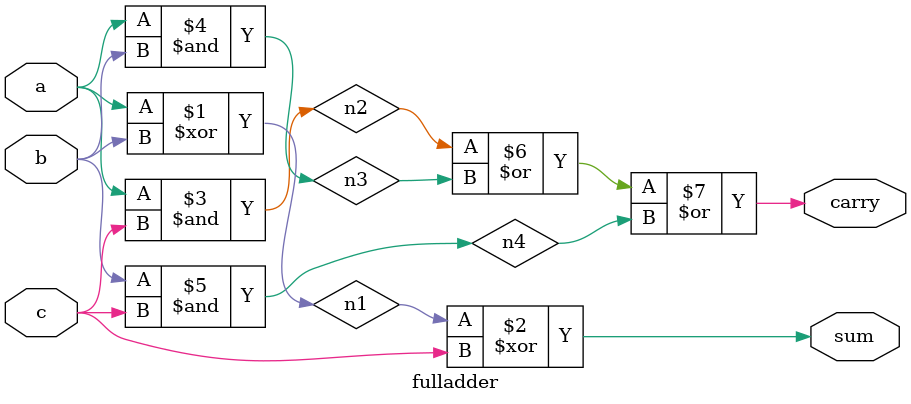
<source format=v>
module fulladder(a,b,c,sum,carry);
input a,b,c;
output sum,carry;

wire n1,n2,n3,n4;
 xor g1(n1,a,b);
 xor g2(sum,n1,c);
  and g3(n2,a,c);
  and g4(n3,a,b);
  and g5(n4,b,c);
  or g6(carry,n2,n3,n4);
endmodule



</source>
